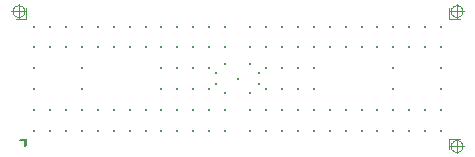
<source format=gbr>
G75*
%IPPOS*%
%FSLAX24Y24*%
%MOIN*%
%ADD10C,0.00100*%
%ADD11C,0.00200*%
%ADD12C,0.00400*%
%ADD13C,0.00800*%
%ADD14C,0.01500*%
%ADD15C,0.02500*%
%ADD16C,0.04000*%
%ADD17C,0.40000*%
%ADD18C,0.20000*%
%ADD19C,0.09358*%
%ADD20C,0.09600*%
%ADD21C,0.01300*%
%ADD22C,0.03000*%
%LNGB-PTH*%
%LPD*%
G54D10*
X-201Y-5D02*
X-246Y-54D01*
X-54D01*
Y-246D01*
X-5Y-201D01*
Y-5D01*
X-201D01*
X-223Y-44D02*
X-246Y-54D01*
X-44Y-223D02*
X-54Y-246D01*
G54D11*
X-197Y-15D02*
X-223Y-44D01*
X-44D01*
Y-223D01*
X-15Y-197D01*
Y-15D01*
X-197D01*
X-119Y-15D02*
Y-44D01*
X-138D02*
Y-15D01*
X-157D02*
Y-44D01*
X-176D02*
Y-15D01*
X-195D02*
Y-44D01*
X-214D02*
Y-34D01*
X-100Y-44D02*
Y-15D01*
X-81D02*
Y-44D01*
X-62D02*
Y-15D01*
X-43D02*
Y-222D01*
X-24Y-205D02*
Y-15D01*
G54D10*
X-201Y-5D02*
X-246Y-54D01*
X-54D01*
Y-246D01*
X-5Y-201D01*
Y-5D01*
X-201D01*
X14352Y-54D02*
X14321Y-56D01*
X14291Y-63D01*
X14263Y-75D01*
X14237Y-91D01*
X14214Y-111D01*
X14194Y-134D01*
X14178Y-160D01*
X14166Y-189D01*
X14159Y-218D01*
X14157Y-249D01*
D02*
X14159Y-279D01*
X14166Y-309D01*
X14178Y-337D01*
X14194Y-364D01*
X14214Y-387D01*
X14237Y-407D01*
X14263Y-423D01*
X14291Y-434D01*
X14321Y-442D01*
X14352Y-444D01*
X14100Y0D02*
X14449D01*
X14352Y-249D02*
X14116D01*
X14100Y0D02*
Y-349D01*
X14352Y-444D02*
X14382Y-442D01*
X14412Y-434D01*
X14440Y-423D01*
X14466Y-407D01*
X14490Y-387D01*
X14509Y-364D01*
X14525Y-337D01*
X14537Y-309D01*
X14544Y-279D01*
X14547Y-249D01*
X14352D02*
Y-484D01*
X14547Y-249D02*
X14544Y-218D01*
X14537Y-189D01*
X14525Y-160D01*
X14509Y-134D01*
X14490Y-111D01*
X14466Y-91D01*
X14440Y-75D01*
X14412Y-63D01*
X14382Y-56D01*
X14352Y-54D01*
Y-249D02*
X14587D01*
X14352D02*
Y-13D01*
X-252Y4444D02*
X-282Y4442D01*
X-312Y4434D01*
X-340Y4423D01*
X-366Y4407D01*
X-390Y4387D01*
X-409Y4364D01*
X-425Y4337D01*
X-437Y4309D01*
X-444Y4279D01*
X-447Y4249D01*
D02*
X-444Y4218D01*
X-437Y4189D01*
X-425Y4160D01*
X-409Y4134D01*
X-390Y4111D01*
X-366Y4091D01*
X-340Y4075D01*
X-312Y4063D01*
X-282Y4056D01*
X-252Y4054D01*
Y4249D02*
X-487D01*
X-252Y4054D02*
X-221Y4056D01*
X-191Y4063D01*
X-163Y4075D01*
X-137Y4091D01*
X-114Y4111D01*
X-94Y4134D01*
X-78Y4160D01*
X-66Y4189D01*
X-59Y4218D01*
X-57Y4249D01*
X-252D02*
Y4013D01*
X0Y4000D02*
Y4349D01*
Y4000D02*
X-349D01*
X-57Y4249D02*
X-59Y4279D01*
X-66Y4309D01*
X-78Y4337D01*
X-94Y4364D01*
X-114Y4387D01*
X-137Y4407D01*
X-163Y4423D01*
X-191Y4434D01*
X-221Y4442D01*
X-252Y4444D01*
Y4249D02*
X-16D01*
X-252D02*
Y4484D01*
X14547Y4249D02*
X14544Y4279D01*
X14537Y4309D01*
X14525Y4337D01*
X14509Y4364D01*
X14490Y4387D01*
X14466Y4407D01*
X14440Y4423D01*
X14412Y4434D01*
X14382Y4442D01*
X14352Y4444D01*
Y4054D02*
X14382Y4056D01*
X14412Y4063D01*
X14440Y4075D01*
X14466Y4091D01*
X14490Y4111D01*
X14509Y4134D01*
X14525Y4160D01*
X14537Y4189D01*
X14544Y4218D01*
X14547Y4249D01*
X14352D02*
X14587D01*
X14157D02*
X14159Y4218D01*
X14166Y4189D01*
X14178Y4160D01*
X14194Y4134D01*
X14214Y4111D01*
X14237Y4091D01*
X14263Y4075D01*
X14291Y4063D01*
X14321Y4056D01*
X14352Y4054D01*
Y4249D02*
Y4013D01*
X14100Y4000D02*
Y4349D01*
Y4000D02*
X14449D01*
X14352Y4444D02*
X14321Y4442D01*
X14291Y4434D01*
X14263Y4423D01*
X14237Y4407D01*
X14214Y4387D01*
X14194Y4364D01*
X14178Y4337D01*
X14166Y4309D01*
X14159Y4279D01*
X14157Y4249D01*
X14352D02*
X14116D01*
X14352D02*
Y4484D01*
G54D21*
X265Y3735D03*
Y3041D03*
Y2347D03*
Y1653D03*
Y959D03*
Y265D03*
X6635Y2495D03*
Y1505D03*
X6335Y2180D03*
Y1820D03*
X7050Y2000D03*
X796Y3735D03*
X1327D03*
X1858D03*
X2388D03*
X2919D03*
X3450D03*
X3981D03*
X4512D03*
X5043D03*
X5573D03*
X6104D03*
X6635D03*
X796Y3041D03*
X1327D03*
X1858D03*
X2388D03*
X2919D03*
X3450D03*
X3981D03*
X4512D03*
X5043D03*
X5573D03*
X6104D03*
X1858Y2347D03*
X4512D03*
X5043D03*
X5573D03*
X6104D03*
X1858Y1653D03*
X4512D03*
X5043D03*
X5573D03*
X6104D03*
X796Y959D03*
X1327D03*
X1858D03*
X2388D03*
X2919D03*
X3450D03*
X3981D03*
X4512D03*
X5043D03*
X5573D03*
X6104D03*
X796Y265D03*
X1327D03*
X1858D03*
X2388D03*
X2919D03*
X3450D03*
X3981D03*
X4512D03*
X5043D03*
X5573D03*
X6104D03*
X6635Y3041D03*
Y959D03*
Y265D03*
X13835Y3735D03*
Y3041D03*
Y2347D03*
Y1653D03*
Y959D03*
Y265D03*
X7465Y2495D03*
Y1505D03*
X7765Y2180D03*
Y1820D03*
X13304Y3735D03*
X12773D03*
X12243D03*
X11712D03*
X11181D03*
X10650D03*
X10119D03*
X9588D03*
X9058D03*
X8527D03*
X7996D03*
X7465D03*
X13304Y3041D03*
X12773D03*
X12243D03*
X11712D03*
X11181D03*
X10650D03*
X10119D03*
X9588D03*
X9058D03*
X8527D03*
X7996D03*
X12243Y2347D03*
X9588D03*
X9058D03*
X8527D03*
X7996D03*
X12243Y1653D03*
X9588D03*
X9058D03*
X8527D03*
X7996D03*
X13304Y959D03*
X12773D03*
X12243D03*
X11712D03*
X11181D03*
X10650D03*
X10119D03*
X9588D03*
X9058D03*
X8527D03*
X7996D03*
X13304Y265D03*
X12773D03*
X12243D03*
X11712D03*
X11181D03*
X10650D03*
X10119D03*
X9588D03*
X9058D03*
X8527D03*
X7996D03*
X7465Y3041D03*
Y959D03*
Y265D03*
M02*


	THIS DOCUMENT AND ITS CONTENTS ARE OWNED BY, AND ARE
THE CONFIDENTIAL AND PROPRIETARY INFORMATION OF, MINI-CIRCUITS
("CONFIDENTIAL INFORMATION") AND MINI-CIRCUITS RESERVES ALL
DESIGN, USE, MANUFACTURING AND REPRODUCTION RIGHTS THERETO.
UNLESS OTHERWISE EXPRESSLY AGREED TO IN WRITING BY MINI-
CIRCUITS, THE CONFIDENTIAL INFROMATION WILL: (i) BE USED BY MINI-
CIRCUITS' VENDORS, VENDEES, OR THE UNITED STATES GOVERNMENT
("RECEIVING PARTY") SOLELY TO PROMOTE THE COMMERCIAL
RELATIONSHIP BETWEEN RECEIVING PARTY AND MINI-CIRCUITS
("PURPOSE") AND THEN ONLY TO THE EXTENT SPECIFIED BY MINI-
CIRCUITS; (ii) NOT BE USED FOR ANY OTHER PURPOSE AND NOT BE USED
IN ANY WAY DETRIMENTAL TO MINI-CIRCUITS OR TO COMPETE AGAINST
MINI-CIRCUITS; AND (iii) BE KEPT CONFIDENTIAL BY THE RECEIVING PARTY
AND RECEIVING PARTY AGREES NOT TO DISCLOSE THE CONFIDENTIAL
INFORMATION TO ANY THIRD PARTY.

</source>
